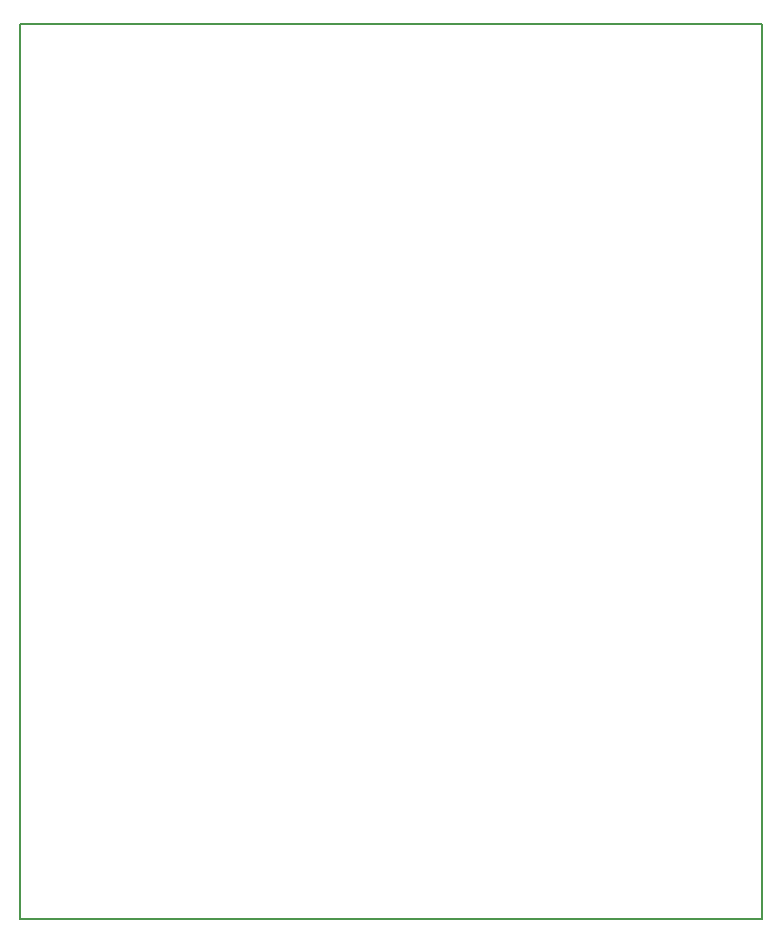
<source format=gbo>
G04 MADE WITH FRITZING*
G04 WWW.FRITZING.ORG*
G04 DOUBLE SIDED*
G04 HOLES PLATED*
G04 CONTOUR ON CENTER OF CONTOUR VECTOR*
%ASAXBY*%
%FSLAX23Y23*%
%MOIN*%
%OFA0B0*%
%SFA1.0B1.0*%
%ADD10R,2.481670X2.993480X2.465670X2.977480*%
%ADD11C,0.008000*%
%LNSILK0*%
G90*
G70*
G54D11*
X4Y2989D02*
X2478Y2989D01*
X2478Y4D01*
X4Y4D01*
X4Y2989D01*
D02*
G04 End of Silk0*
M02*
</source>
